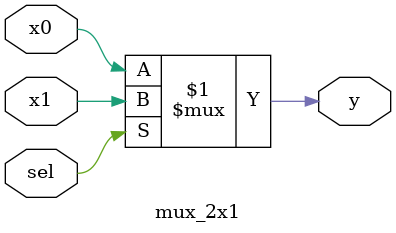
<source format=v>
`timescale 1ns / 1ps
module mux_2x1(input x0, input x1, input sel, output y);
assign y = sel ? x1 : x0;
endmodule
</source>
